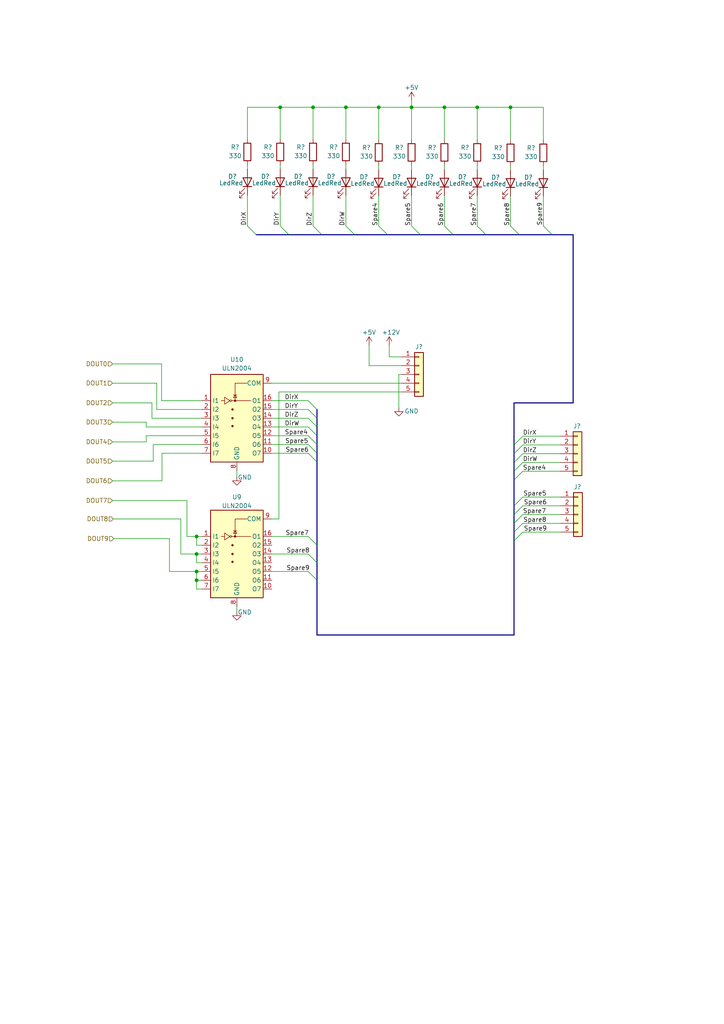
<source format=kicad_sch>
(kicad_sch (version 20230121) (generator eeschema)
  (paper "A4" portrait)
  (lib_symbols
    (symbol "Connector_Generic:Conn_01x05" (pin_names (offset 1.016) hide)
      (property "Reference" "J" (at 0 7.62 0))
      (property "Value" "Conn_01x05" (at 0 -7.62 0))
      (symbol "Conn_01x05_1_1"
        (rectangle (start -1.27 -4.953) (end 0 -5.207) (stroke (width 0.1524)))
        (rectangle (start -1.27 -2.413) (end 0 -2.667) (stroke (width 0.1524)))
        (rectangle (start -1.27 0.127) (end 0 -0.127) (stroke (width 0.1524)))
        (rectangle (start -1.27 2.667) (end 0 2.413) (stroke (width 0.1524)))
        (rectangle (start -1.27 5.207) (end 0 4.953) (stroke (width 0.1524)))
        (rectangle (start -1.27 6.35) (end 1.27 -6.35) (stroke (width 0.254)) (fill (type background)))
        (pin passive line (at -5.08 5.08 0) (length 3.81) (name "Pin_1") (number "1"))
        (pin passive line (at -5.08 2.54 0) (length 3.81) (name "Pin_2") (number "2"))
        (pin passive line (at -5.08 0 0) (length 3.81) (name "Pin_3") (number "3"))
        (pin passive line (at -5.08 -2.54 0) (length 3.81) (name "Pin_4") (number "4"))
        (pin passive line (at -5.08 -5.08 0) (length 3.81) (name "Pin_5") (number "5"))
      )
    )
    (symbol "Device:LED" (pin_numbers hide) (pin_names (offset 1.016) hide)
      (property "Reference" "D" (at 0 2.54 0))
      (property "Value" "LED" (at 0 -2.54 0))
      (symbol "LED_0_1"
        (polyline (pts (xy -1.27 -1.27) (xy -1.27 1.27)) (stroke (width 0.254)))
        (polyline (pts (xy -1.27 0) (xy 1.27 0)))
        (polyline (pts (xy 1.27 -1.27) (xy 1.27 1.27) (xy -1.27 0) (xy 1.27 -1.27)) (stroke (width 0.254)))
        (polyline (pts (xy -3.048 -0.762) (xy -4.572 -2.286) (xy -3.81 -2.286) (xy -4.572 -2.286) (xy -4.572 -1.524)))
        (polyline (pts (xy -1.778 -0.762) (xy -3.302 -2.286) (xy -2.54 -2.286) (xy -3.302 -2.286) (xy -3.302 -1.524)))
      )
      (symbol "LED_1_1"
        (pin passive line (at -3.81 0 0) (length 2.54) (name "K") (number "1"))
        (pin passive line (at 3.81 0 180) (length 2.54) (name "A") (number "2"))
      )
    )
    (symbol "Device:R" (pin_numbers hide) (pin_names (offset 0))
      (property "Reference" "R" (at 2.032 0 90))
      (property "Value" "R" (at 0 0 90))
      (symbol "R_0_1"
        (rectangle (start -1.016 -2.54) (end 1.016 2.54) (stroke (width 0.254)))
      )
      (symbol "R_1_1"
        (pin passive line (at 0 3.81 270) (length 1.27) (name "~") (number "1"))
        (pin passive line (at 0 -3.81 90) (length 1.27) (name "~") (number "2"))
      )
    )
    (symbol "Transistor_Array:ULN2004"
      (property "Reference" "U" (at 0 15.875 0))
      (property "Value" "ULN2004" (at 0 13.97 0))
      (symbol "ULN2004_0_1"
        (rectangle (start -7.62 -12.7) (end 7.62 12.7) (stroke (width 0.254)) (fill (type background)))
        (circle (center -1.778 5.08) (radius 0.254))
        (circle (center -1.27 -2.286) (radius 0.254) (fill (type outline)))
        (circle (center -1.27 0) (radius 0.254) (fill (type outline)))
        (circle (center -1.27 2.54) (radius 0.254) (fill (type outline)))
        (circle (center -0.508 5.08) (radius 0.254) (fill (type outline)))
        (polyline (pts (xy -4.572 5.08) (xy -3.556 5.08)))
        (polyline (pts (xy -1.524 5.08) (xy 4.064 5.08)))
        (polyline (pts (xy 0 6.731) (xy -1.016 6.731)))
        (polyline (pts (xy -0.508 5.08) (xy -0.508 10.16) (xy 2.921 10.16)))
        (polyline (pts (xy -3.556 6.096) (xy -3.556 4.064) (xy -2.032 5.08) (xy -3.556 6.096)))
        (polyline (pts (xy 0 5.969) (xy -1.016 5.969) (xy -0.508 6.731) (xy 0 5.969)))
      )
      (symbol "ULN2004_1_1"
        (pin input line (at -10.16 5.08 0) (length 2.54) (name "I1") (number "1"))
        (pin open_collector line (at 10.16 -10.16 180) (length 2.54) (name "O7") (number "10"))
        (pin open_collector line (at 10.16 -7.62 180) (length 2.54) (name "O6") (number "11"))
        (pin open_collector line (at 10.16 -5.08 180) (length 2.54) (name "O5") (number "12"))
        (pin open_collector line (at 10.16 -2.54 180) (length 2.54) (name "O4") (number "13"))
        (pin open_collector line (at 10.16 0 180) (length 2.54) (name "O3") (number "14"))
        (pin open_collector line (at 10.16 2.54 180) (length 2.54) (name "O2") (number "15"))
        (pin open_collector line (at 10.16 5.08 180) (length 2.54) (name "O1") (number "16"))
        (pin input line (at -10.16 2.54 0) (length 2.54) (name "I2") (number "2"))
        (pin input line (at -10.16 0 0) (length 2.54) (name "I3") (number "3"))
        (pin input line (at -10.16 -2.54 0) (length 2.54) (name "I4") (number "4"))
        (pin input line (at -10.16 -5.08 0) (length 2.54) (name "I5") (number "5"))
        (pin input line (at -10.16 -7.62 0) (length 2.54) (name "I6") (number "6"))
        (pin input line (at -10.16 -10.16 0) (length 2.54) (name "I7") (number "7"))
        (pin power_in line (at 0 -15.24 90) (length 2.54) (name "GND") (number "8"))
        (pin passive line (at 10.16 10.16 180) (length 2.54) (name "COM") (number "9"))
      )
    )
    (symbol "power:+12V" (power) (pin_names (offset 0))
      (property "Value" "+12V" (at 0 3.556 0))
      (symbol "+12V_0_1"
        (polyline (pts (xy -0.762 1.27) (xy 0 2.54)))
        (polyline (pts (xy 0 0) (xy 0 2.54)))
        (polyline (pts (xy 0 2.54) (xy 0.762 1.27)))
      )
      (symbol "+12V_1_1"
        (pin power_in line (at 0 0 90) (length 0) hide (name "+12V") (number "1"))
      )
    )
    (symbol "power:+5V" (power) (pin_names (offset 0))
      (property "Value" "+5V" (at 0 3.556 0))
      (symbol "+5V_0_1"
        (polyline (pts (xy -0.762 1.27) (xy 0 2.54)))
        (polyline (pts (xy 0 0) (xy 0 2.54)))
        (polyline (pts (xy 0 2.54) (xy 0.762 1.27)))
      )
      (symbol "+5V_1_1"
        (pin power_in line (at 0 0 90) (length 0) hide (name "+5V") (number "1"))
      )
    )
    (symbol "power:GND" (power) (pin_names (offset 0))
      (property "Value" "GND" (at 0 -3.81 0))
      (symbol "GND_0_1"
        (polyline (pts (xy 0 0) (xy 0 -1.27) (xy 1.27 -1.27) (xy 0 -2.54) (xy -1.27 -1.27) (xy 0 -1.27)))
      )
      (symbol "GND_1_1"
        (pin power_in line (at 0 0 270) (length 0) hide (name "GND") (number "1"))
      )
    )
  )
  (junction (at 138.43 31.115))
  (junction (at 57.023 155.575))
  (junction (at 57.023 165.735))
  (junction (at 119.38 31.115))
  (junction (at 128.905 31.115))
  (junction (at 100.33 31.115))
  (junction (at 90.805 31.115))
  (junction (at 57.023 168.275))
  (junction (at 148.082 31.115))
  (junction (at 109.855 31.115))
  (junction (at 81.28 31.115))
  (junction (at 57.023 160.655))
  (bus_entry (at 151.638 126.492) (size -2.54 2.54))
  (bus_entry (at 157.607 65.532) (size 2.54 2.54))
  (bus_entry (at 151.638 136.652) (size -2.54 2.54))
  (bus_entry (at 151.638 131.572) (size -2.54 2.54))
  (bus_entry (at 89.408 126.365) (size 2.54 2.54))
  (bus_entry (at 90.805 65.532) (size 2.54 2.54))
  (bus_entry (at 89.408 118.745) (size 2.54 2.54))
  (bus_entry (at 89.408 123.825) (size 2.54 2.54))
  (bus_entry (at 100.33 65.532) (size 2.54 2.54))
  (bus_entry (at 89.408 131.445) (size 2.54 2.54))
  (bus_entry (at 151.638 149.225) (size -2.54 2.54))
  (bus_entry (at 148.082 65.532) (size 2.54 2.54))
  (bus_entry (at 151.638 134.112) (size -2.54 2.54))
  (bus_entry (at 89.408 155.575) (size 2.54 2.54))
  (bus_entry (at 151.638 146.685) (size -2.54 2.54))
  (bus_entry (at 71.755 65.532) (size 2.54 2.54))
  (bus_entry (at 109.855 65.532) (size 2.54 2.54))
  (bus_entry (at 128.905 65.532) (size 2.54 2.54))
  (bus_entry (at 151.638 129.032) (size -2.54 2.54))
  (bus_entry (at 81.28 65.532) (size 2.54 2.54))
  (bus_entry (at 151.638 144.145) (size -2.54 2.54))
  (bus_entry (at 89.408 128.905) (size 2.54 2.54))
  (bus_entry (at 89.408 116.205) (size 2.54 2.54))
  (bus_entry (at 89.408 121.285) (size 2.54 2.54))
  (bus_entry (at 151.638 151.765) (size -2.54 2.54))
  (bus_entry (at 138.43 65.532) (size 2.54 2.54))
  (bus_entry (at 89.408 160.655) (size 2.54 2.54))
  (bus_entry (at 151.638 154.305) (size -2.54 2.54))
  (bus_entry (at 89.408 165.735) (size 2.54 2.54))
  (bus_entry (at 119.38 65.532) (size 2.54 2.54))
  (wire (pts (xy 45.466 111.125) (xy 45.466 118.745)))
  (wire (pts (xy 109.855 48.006) (xy 109.855 49.149)))
  (wire (pts (xy 78.867 118.745) (xy 89.408 118.745)))
  (bus (pts (xy 91.948 128.905) (xy 91.948 131.445)))
  (bus (pts (xy 74.295 68.072) (xy 83.82 68.072)))
  (wire (pts (xy 109.855 31.115) (xy 100.33 31.115)))
  (wire (pts (xy 90.805 47.879) (xy 90.805 49.022)))
  (wire (pts (xy 109.855 56.769) (xy 109.855 65.532)))
  (wire (pts (xy 138.43 31.115) (xy 128.905 31.115)))
  (wire (pts (xy 107.061 100.203) (xy 107.061 106.045)))
  (bus (pts (xy 149.098 146.685) (xy 149.098 149.225)))
  (wire (pts (xy 148.082 56.896) (xy 148.082 65.532)))
  (wire (pts (xy 44.45 133.731) (xy 44.45 128.905)))
  (bus (pts (xy 149.098 129.032) (xy 149.098 131.572)))
  (wire (pts (xy 138.43 56.769) (xy 138.43 65.532)))
  (bus (pts (xy 131.445 68.072) (xy 140.97 68.072)))
  (wire (pts (xy 78.867 155.575) (xy 89.408 155.575)))
  (wire (pts (xy 90.805 31.115) (xy 81.28 31.115)))
  (wire (pts (xy 109.855 31.115) (xy 109.855 40.386)))
  (wire (pts (xy 81.28 47.879) (xy 81.28 49.022)))
  (wire (pts (xy 78.867 150.495) (xy 80.899 150.495)))
  (wire (pts (xy 58.547 158.115) (xy 57.023 158.115)))
  (bus (pts (xy 93.345 68.072) (xy 102.87 68.072)))
  (wire (pts (xy 44.069 116.84) (xy 44.069 121.285)))
  (wire (pts (xy 157.607 48.133) (xy 157.607 49.276)))
  (wire (pts (xy 81.28 31.115) (xy 81.28 40.259)))
  (wire (pts (xy 54.229 155.575) (xy 57.023 155.575)))
  (wire (pts (xy 78.867 111.125) (xy 116.459 111.125)))
  (bus (pts (xy 149.098 131.572) (xy 149.098 134.112)))
  (wire (pts (xy 81.28 31.115) (xy 71.755 31.115)))
  (wire (pts (xy 78.867 123.825) (xy 89.408 123.825)))
  (wire (pts (xy 49.149 156.21) (xy 33.02 156.21)))
  (wire (pts (xy 32.639 145.161) (xy 54.229 145.161)))
  (bus (pts (xy 166.243 116.84) (xy 149.098 116.84)))
  (wire (pts (xy 100.33 56.642) (xy 100.33 65.532)))
  (wire (pts (xy 112.903 100.203) (xy 112.903 103.505)))
  (wire (pts (xy 78.867 126.365) (xy 89.408 126.365)))
  (bus (pts (xy 102.87 68.072) (xy 112.395 68.072)))
  (wire (pts (xy 42.418 123.825) (xy 58.547 123.825)))
  (wire (pts (xy 138.43 48.006) (xy 138.43 49.149)))
  (wire (pts (xy 71.755 56.642) (xy 71.755 65.532)))
  (wire (pts (xy 68.707 136.525) (xy 68.707 138.176)))
  (wire (pts (xy 115.697 118.11) (xy 115.697 108.585)))
  (wire (pts (xy 148.082 40.513) (xy 148.082 31.115)))
  (wire (pts (xy 42.418 126.365) (xy 58.547 126.365)))
  (wire (pts (xy 52.451 150.495) (xy 32.893 150.495)))
  (wire (pts (xy 119.38 31.115) (xy 109.855 31.115)))
  (wire (pts (xy 52.451 160.655) (xy 57.023 160.655)))
  (wire (pts (xy 119.38 29.21) (xy 119.38 31.115)))
  (wire (pts (xy 52.451 150.495) (xy 52.451 160.655)))
  (bus (pts (xy 91.948 158.115) (xy 91.948 163.195)))
  (wire (pts (xy 151.638 149.225) (xy 162.56 149.225)))
  (wire (pts (xy 151.638 144.145) (xy 162.56 144.145)))
  (wire (pts (xy 57.023 158.115) (xy 57.023 155.575)))
  (wire (pts (xy 148.082 48.133) (xy 148.082 49.276)))
  (bus (pts (xy 91.948 131.445) (xy 91.948 133.985)))
  (wire (pts (xy 32.639 116.84) (xy 44.069 116.84)))
  (wire (pts (xy 107.061 106.045) (xy 116.459 106.045)))
  (bus (pts (xy 149.098 139.192) (xy 149.098 146.685)))
  (wire (pts (xy 78.867 128.905) (xy 89.408 128.905)))
  (wire (pts (xy 42.418 122.428) (xy 42.418 123.825)))
  (bus (pts (xy 149.098 116.84) (xy 149.098 129.032)))
  (bus (pts (xy 166.243 68.072) (xy 166.243 116.84)))
  (wire (pts (xy 71.755 31.115) (xy 71.755 40.259)))
  (wire (pts (xy 32.639 133.731) (xy 44.45 133.731)))
  (bus (pts (xy 121.92 68.072) (xy 131.445 68.072)))
  (wire (pts (xy 80.899 150.495) (xy 80.899 113.665)))
  (wire (pts (xy 49.149 165.735) (xy 57.023 165.735)))
  (wire (pts (xy 90.805 56.642) (xy 90.805 65.532)))
  (wire (pts (xy 57.023 170.815) (xy 57.023 168.275)))
  (bus (pts (xy 150.622 68.072) (xy 160.147 68.072)))
  (wire (pts (xy 46.99 131.445) (xy 58.547 131.445)))
  (wire (pts (xy 32.639 105.537) (xy 46.863 105.537)))
  (wire (pts (xy 32.639 122.428) (xy 42.418 122.428)))
  (bus (pts (xy 149.098 134.112) (xy 149.098 136.652)))
  (wire (pts (xy 32.639 111.125) (xy 45.466 111.125)))
  (wire (pts (xy 151.638 151.765) (xy 162.56 151.765)))
  (wire (pts (xy 49.149 156.21) (xy 49.149 165.735)))
  (wire (pts (xy 90.805 31.115) (xy 90.805 40.259)))
  (wire (pts (xy 57.023 163.195) (xy 57.023 160.655)))
  (bus (pts (xy 140.97 68.072) (xy 150.622 68.072)))
  (bus (pts (xy 91.948 133.985) (xy 91.948 158.115)))
  (wire (pts (xy 119.38 56.769) (xy 119.38 65.532)))
  (wire (pts (xy 68.707 175.895) (xy 68.707 177.292)))
  (wire (pts (xy 54.229 145.161) (xy 54.229 155.575)))
  (wire (pts (xy 78.867 160.655) (xy 89.408 160.655)))
  (bus (pts (xy 149.098 156.845) (xy 149.098 184.15)))
  (bus (pts (xy 149.098 154.305) (xy 149.098 156.845)))
  (wire (pts (xy 80.899 113.665) (xy 116.459 113.665)))
  (wire (pts (xy 57.023 155.575) (xy 58.547 155.575)))
  (bus (pts (xy 91.948 168.275) (xy 91.948 184.15)))
  (wire (pts (xy 151.638 129.032) (xy 162.433 129.032)))
  (wire (pts (xy 81.28 56.642) (xy 81.28 65.532)))
  (wire (pts (xy 100.33 31.115) (xy 100.33 40.259)))
  (wire (pts (xy 138.43 40.386) (xy 138.43 31.115)))
  (bus (pts (xy 91.948 184.15) (xy 149.098 184.15)))
  (wire (pts (xy 32.639 139.446) (xy 46.99 139.446)))
  (wire (pts (xy 151.638 134.112) (xy 162.433 134.112)))
  (wire (pts (xy 78.867 165.735) (xy 89.408 165.735)))
  (wire (pts (xy 57.023 163.195) (xy 58.547 163.195)))
  (wire (pts (xy 57.023 168.275) (xy 57.023 165.735)))
  (bus (pts (xy 149.098 151.765) (xy 149.098 154.305)))
  (wire (pts (xy 128.905 40.386) (xy 128.905 31.115)))
  (wire (pts (xy 157.607 31.115) (xy 148.082 31.115)))
  (wire (pts (xy 44.45 128.905) (xy 58.547 128.905)))
  (wire (pts (xy 157.607 40.513) (xy 157.607 31.115)))
  (bus (pts (xy 83.82 68.072) (xy 93.345 68.072)))
  (bus (pts (xy 112.395 68.072) (xy 121.92 68.072)))
  (wire (pts (xy 148.082 31.115) (xy 138.43 31.115)))
  (wire (pts (xy 151.638 154.305) (xy 162.56 154.305)))
  (wire (pts (xy 58.547 170.815) (xy 57.023 170.815)))
  (wire (pts (xy 78.867 121.285) (xy 89.408 121.285)))
  (wire (pts (xy 46.863 105.537) (xy 46.863 116.205)))
  (wire (pts (xy 42.418 128.143) (xy 42.418 126.365)))
  (wire (pts (xy 119.38 40.386) (xy 119.38 31.115)))
  (wire (pts (xy 46.863 116.205) (xy 58.547 116.205)))
  (wire (pts (xy 128.905 31.115) (xy 119.38 31.115)))
  (wire (pts (xy 100.33 47.879) (xy 100.33 49.022)))
  (bus (pts (xy 91.948 126.365) (xy 91.948 128.905)))
  (bus (pts (xy 149.098 149.225) (xy 149.098 151.765)))
  (wire (pts (xy 112.903 103.505) (xy 116.459 103.505)))
  (wire (pts (xy 78.867 131.445) (xy 89.408 131.445)))
  (wire (pts (xy 46.99 139.446) (xy 46.99 131.445)))
  (bus (pts (xy 149.098 136.652) (xy 149.098 139.192)))
  (wire (pts (xy 57.023 160.655) (xy 58.547 160.655)))
  (bus (pts (xy 91.948 123.825) (xy 91.948 126.365)))
  (bus (pts (xy 160.147 68.072) (xy 166.243 68.072)))
  (wire (pts (xy 32.639 128.143) (xy 42.418 128.143)))
  (bus (pts (xy 91.948 121.285) (xy 91.948 123.825)))
  (wire (pts (xy 44.069 121.285) (xy 58.547 121.285)))
  (wire (pts (xy 151.638 146.685) (xy 162.56 146.685)))
  (wire (pts (xy 151.638 126.492) (xy 162.433 126.492)))
  (bus (pts (xy 91.948 118.745) (xy 91.948 121.285)))
  (wire (pts (xy 45.466 118.745) (xy 58.547 118.745)))
  (wire (pts (xy 157.607 56.896) (xy 157.607 65.532)))
  (wire (pts (xy 128.905 48.006) (xy 128.905 49.149)))
  (wire (pts (xy 119.38 48.006) (xy 119.38 49.149)))
  (wire (pts (xy 128.905 56.769) (xy 128.905 65.532)))
  (wire (pts (xy 71.755 47.879) (xy 71.755 49.022)))
  (wire (pts (xy 115.697 108.585) (xy 116.459 108.585)))
  (wire (pts (xy 58.547 168.275) (xy 57.023 168.275)))
  (wire (pts (xy 78.867 116.205) (xy 89.408 116.205)))
  (bus (pts (xy 91.948 163.195) (xy 91.948 168.275)))
  (wire (pts (xy 57.023 165.735) (xy 58.547 165.735)))
  (wire (pts (xy 151.638 136.652) (xy 162.433 136.652)))
  (wire (pts (xy 100.33 31.115) (xy 90.805 31.115)))
  (wire (pts (xy 151.638 131.572) (xy 162.433 131.572)))
  (label "DirX" (at 71.755 65.405 90))
  (label "DirX" (at 151.638 126.492 0))
  (label "Spare8" (at 83.058 160.655 0))
  (label "Spare7" (at 138.43 65.532 90))
  (label "Spare8" (at 151.765 151.765 0))
  (label "Spare4" (at 151.638 136.652 0))
  (label "Spare7" (at 82.804 155.575 0))
  (label "Spare5" (at 82.677 128.905 0))
  (label "Spare9" (at 83.058 165.735 0))
  (label "DirW" (at 151.638 134.112 0))
  (label "Spare6" (at 128.905 65.532 90))
  (label "DirW" (at 100.33 65.532 90))
  (label "Spare6" (at 151.892 146.685 0))
  (label "DirZ" (at 151.638 131.572 0))
  (label "DirW" (at 82.55 123.825 0))
  (label "Spare7" (at 151.638 149.225 0))
  (label "Spare5" (at 119.38 65.532 90))
  (label "Spare4" (at 82.55 126.365 0))
  (label "DirY" (at 151.638 129.032 0))
  (label "Spare6" (at 82.804 131.445 0))
  (label "DirY" (at 81.28 65.405 90))
  (label "Spare5" (at 151.765 144.145 0))
  (label "DirX" (at 82.55 116.205 0))
  (label "DirZ" (at 82.55 121.285 0))
  (label "DirY" (at 82.55 118.745 0))
  (label "Spare4" (at 109.855 65.532 90))
  (label "Spare9" (at 151.892 154.305 0))
  (label "Spare9" (at 157.607 65.405 90))
  (label "Spare8" (at 148.082 65.532 90))
  (label "DirZ" (at 90.805 65.532 90))
  (hierarchical_label "DOUT7" (shape input) (at 32.639 145.161 180))
  (hierarchical_label "DOUT4" (shape input) (at 32.639 128.143 180))
  (hierarchical_label "DOUT5" (shape input) (at 32.639 133.731 180))
  (hierarchical_label "DOUT0" (shape input) (at 32.639 105.537 180))
  (hierarchical_label "DOUT6" (shape input) (at 32.639 139.446 180))
  (hierarchical_label "DOUT8" (shape input) (at 32.893 150.495 180))
  (hierarchical_label "DOUT2" (shape input) (at 32.639 116.84 180))
  (hierarchical_label "DOUT3" (shape input) (at 32.639 122.428 180))
  (hierarchical_label "DOUT9" (shape input) (at 33.02 156.21 180))
  (hierarchical_label "DOUT1" (shape input) (at 32.639 111.125 180))
  (symbol (lib_id "Transistor_Array:ULN2004") (at 68.707 121.285 0) (unit 1)
    (property "Reference" "U10" (at 68.707 104.267 0))
    (property "Value" "ULN2004" (at 68.707 106.807 0))
    (property "Datasheet" "http://www.ti.com/lit/ds/symlink/uln2003a.pdf" (effects hide))
  )
  (symbol (lib_id "Device:R") (at 71.755 44.069 0) (unit 1)
    (property "Reference" "R?" (at 68.199 42.672 0))
    (property "Value" "330" (at 68.199 45.212 0))
    (instances (project "PonchoRema" (path "" (reference "R?") (unit 1)) (path "" (reference "R24") (unit 1)) (path "" (reference "R51") (unit 1))) (project "PicoWaterTankLevelHW" (path "" (reference "R19") (unit 1))))
  )
  (symbol (lib_id "Connector_Generic:Conn_01x05") (at 121.539 108.585 0) (unit 1)
    (property "Reference" "J?" (at 120.396 100.584 0) (effects (justify left)))
    (property "Value" "Conn_01x05" (effects hide))
    (instances (project "PonchoRema" (path "" (reference "J?") (unit 1)) (path "" (reference "J3") (unit 1)) (path "" (reference "J8") (unit 1))))
  )
  (symbol (lib_id "Device:R") (at 100.33 44.069 0) (unit 1)
    (property "Reference" "R?" (at 96.774 42.672 0))
    (property "Value" "330" (at 96.774 45.212 0))
    (instances (project "PonchoRema" (path "" (reference "R?") (unit 1)) (path "" (reference "R24") (unit 1)) (path "" (reference "R54") (unit 1))) (project "PicoWaterTankLevelHW" (path "" (reference "R19") (unit 1))))
  )
  (symbol (lib_id "power:+12V") (at 112.903 100.203 0) (unit 1)
    (property "Reference" "#PWR039" (effects hide))
    (property "Value" "+12V" (at 110.744 96.393 0) (effects (justify left)))
    (instances (project "PonchoRema" (path "" (reference "#PWR039") (unit 1)) (path "" (reference "#PWR060") (unit 1))))
  )
  (symbol (lib_id "Device:LED") (at 109.855 52.959 270) (mirror x) (unit 1)
    (property "Reference" "D?" (at 105.537 51.308 90))
    (property "Value" "LedRed" (at 105.156 53.213 90))
    (instances (project "PonchoRema" (path "" (reference "D?") (unit 1)) (path "" (reference "D8") (unit 1)) (path "" (reference "D23") (unit 1))) (project "PicoWaterTankLevelHW" (path "" (reference "D1") (unit 1))))
  )
  (symbol (lib_id "Device:R") (at 138.43 44.196 0) (unit 1)
    (property "Reference" "R?" (at 134.874 42.799 0))
    (property "Value" "330" (at 134.874 45.339 0))
    (instances (project "PonchoRema" (path "" (reference "R?") (unit 1)) (path "" (reference "R24") (unit 1)) (path "" (reference "R58") (unit 1))) (project "PicoWaterTankLevelHW" (path "" (reference "R19") (unit 1))))
  )
  (symbol (lib_id "Device:R") (at 128.905 44.196 0) (unit 1)
    (property "Reference" "R?" (at 125.349 42.799 0))
    (property "Value" "330" (at 125.349 45.339 0))
    (instances (project "PonchoRema" (path "" (reference "R?") (unit 1)) (path "" (reference "R24") (unit 1)) (path "" (reference "R57") (unit 1))) (project "PicoWaterTankLevelHW" (path "" (reference "R19") (unit 1))))
  )
  (symbol (lib_id "Device:R") (at 148.082 44.323 0) (unit 1)
    (property "Reference" "R?" (at 144.526 42.926 0))
    (property "Value" "330" (at 144.526 45.466 0))
    (instances (project "PonchoRema" (path "" (reference "R?") (unit 1)) (path "" (reference "R24") (unit 1)) (path "" (reference "R59") (unit 1))) (project "PicoWaterTankLevelHW" (path "" (reference "R19") (unit 1))))
  )
  (symbol (lib_id "Device:R") (at 90.805 44.069 0) (unit 1)
    (property "Reference" "R?" (at 87.249 42.672 0))
    (property "Value" "330" (at 87.249 45.212 0))
    (instances (project "PonchoRema" (path "" (reference "R?") (unit 1)) (path "" (reference "R24") (unit 1)) (path "" (reference "R53") (unit 1))) (project "PicoWaterTankLevelHW" (path "" (reference "R19") (unit 1))))
  )
  (symbol (lib_id "power:GND") (at 68.707 177.292 0) (unit 1)
    (property "Reference" "#PWR04" (effects hide))
    (property "Value" "GND" (at 70.993 177.546 0))
    (instances (project "ponchoOpto_CIAA_REMA" (path "" (reference "#PWR04") (unit 1))) (project "PonchoRema" (path "" (reference "#PWR022") (unit 1)) (path "" (reference "#PWR057") (unit 1))))
  )
  (symbol (lib_id "Device:LED") (at 148.082 53.086 270) (mirror x) (unit 1)
    (property "Reference" "D?" (at 143.764 51.435 90))
    (property "Value" "LedRed" (at 143.383 53.34 90))
    (instances (project "PonchoRema" (path "" (reference "D?") (unit 1)) (path "" (reference "D8") (unit 1)) (path "" (reference "D27") (unit 1))) (project "PicoWaterTankLevelHW" (path "" (reference "D1") (unit 1))))
  )
  (symbol (lib_id "Device:LED") (at 90.805 52.832 270) (mirror x) (unit 1)
    (property "Reference" "D?" (at 86.487 51.181 90))
    (property "Value" "LedRed" (at 86.106 53.086 90))
    (instances (project "PonchoRema" (path "" (reference "D?") (unit 1)) (path "" (reference "D8") (unit 1)) (path "" (reference "D21") (unit 1))) (project "PicoWaterTankLevelHW" (path "" (reference "D1") (unit 1))))
  )
  (symbol (lib_id "Device:LED") (at 100.33 52.832 270) (mirror x) (unit 1)
    (property "Reference" "D?" (at 96.012 51.181 90))
    (property "Value" "LedRed" (at 95.631 53.086 90))
    (instances (project "PonchoRema" (path "" (reference "D?") (unit 1)) (path "" (reference "D8") (unit 1)) (path "" (reference "D22") (unit 1))) (project "PicoWaterTankLevelHW" (path "" (reference "D1") (unit 1))))
  )
  (symbol (lib_id "Connector_Generic:Conn_01x05") (at 167.513 131.572 0) (unit 1)
    (property "Reference" "J?" (at 166.243 123.571 0) (effects (justify left)))
    (property "Value" "Conn_01x05" (effects hide))
    (instances (project "PonchoRema" (path "" (reference "J?") (unit 1)) (path "" (reference "J3") (unit 1)) (path "" (reference "J9") (unit 1))))
  )
  (symbol (lib_id "Connector_Generic:Conn_01x05") (at 167.64 149.225 0) (unit 1)
    (property "Reference" "J?" (at 166.37 141.224 0) (effects (justify left)))
    (property "Value" "Conn_01x05" (effects hide))
    (instances (project "PonchoRema" (path "" (reference "J?") (unit 1)) (path "" (reference "J3") (unit 1)) (path "" (reference "J10") (unit 1))))
  )
  (symbol (lib_id "Device:R") (at 157.607 44.323 0) (unit 1)
    (property "Reference" "R?" (at 154.051 42.926 0))
    (property "Value" "330" (at 154.051 45.466 0))
    (instances (project "PonchoRema" (path "" (reference "R?") (unit 1)) (path "" (reference "R24") (unit 1)) (path "" (reference "R60") (unit 1))) (project "PicoWaterTankLevelHW" (path "" (reference "R19") (unit 1))))
  )
  (symbol (lib_id "Device:LED") (at 71.755 52.832 270) (mirror x) (unit 1)
    (property "Reference" "D?" (at 67.437 51.181 90))
    (property "Value" "LedRed" (at 67.056 53.086 90))
    (instances (project "PonchoRema" (path "" (reference "D?") (unit 1)) (path "" (reference "D8") (unit 1)) (path "" (reference "D19") (unit 1))) (project "PicoWaterTankLevelHW" (path "" (reference "D1") (unit 1))))
  )
  (symbol (lib_id "Transistor_Array:ULN2004") (at 68.707 160.655 0) (unit 1)
    (property "Reference" "U9" (at 68.707 144.145 0))
    (property "Value" "ULN2004" (at 68.707 146.685 0))
    (property "Datasheet" "http://www.ti.com/lit/ds/symlink/uln2003a.pdf" (effects hide))
  )
  (symbol (lib_id "Device:R") (at 81.28 44.069 0) (unit 1)
    (property "Reference" "R?" (at 77.724 42.672 0))
    (property "Value" "330" (at 77.724 45.212 0))
    (instances (project "PonchoRema" (path "" (reference "R?") (unit 1)) (path "" (reference "R24") (unit 1)) (path "" (reference "R52") (unit 1))) (project "PicoWaterTankLevelHW" (path "" (reference "R19") (unit 1))))
  )
  (symbol (lib_id "Device:LED") (at 119.38 52.959 270) (mirror x) (unit 1)
    (property "Reference" "D?" (at 115.062 51.308 90))
    (property "Value" "LedRed" (at 114.681 53.213 90))
    (instances (project "PonchoRema" (path "" (reference "D?") (unit 1)) (path "" (reference "D8") (unit 1)) (path "" (reference "D24") (unit 1))) (project "PicoWaterTankLevelHW" (path "" (reference "D1") (unit 1))))
  )
  (symbol (lib_id "Device:R") (at 109.855 44.196 0) (unit 1)
    (property "Reference" "R?" (at 106.299 42.799 0))
    (property "Value" "330" (at 106.299 45.339 0))
    (instances (project "PonchoRema" (path "" (reference "R?") (unit 1)) (path "" (reference "R24") (unit 1)) (path "" (reference "R55") (unit 1))) (project "PicoWaterTankLevelHW" (path "" (reference "R19") (unit 1))))
  )
  (symbol (lib_id "Device:LED") (at 128.905 52.959 270) (mirror x) (unit 1)
    (property "Reference" "D?" (at 124.587 51.308 90))
    (property "Value" "LedRed" (at 124.206 53.213 90))
    (instances (project "PonchoRema" (path "" (reference "D?") (unit 1)) (path "" (reference "D8") (unit 1)) (path "" (reference "D25") (unit 1))) (project "PicoWaterTankLevelHW" (path "" (reference "D1") (unit 1))))
  )
  (symbol (lib_id "Device:LED") (at 157.607 53.086 270) (mirror x) (unit 1)
    (property "Reference" "D?" (at 153.289 51.435 90))
    (property "Value" "LedRed" (at 152.908 53.34 90))
    (instances (project "PonchoRema" (path "" (reference "D?") (unit 1)) (path "" (reference "D8") (unit 1)) (path "" (reference "D28") (unit 1))) (project "PicoWaterTankLevelHW" (path "" (reference "D1") (unit 1))))
  )
  (symbol (lib_id "Device:R") (at 119.38 44.196 0) (unit 1)
    (property "Reference" "R?" (at 115.824 42.799 0))
    (property "Value" "330" (at 115.824 45.339 0))
    (instances (project "PonchoRema" (path "" (reference "R?") (unit 1)) (path "" (reference "R24") (unit 1)) (path "" (reference "R56") (unit 1))) (project "PicoWaterTankLevelHW" (path "" (reference "R19") (unit 1))))
  )
  (symbol (lib_id "Device:LED") (at 81.28 52.832 270) (mirror x) (unit 1)
    (property "Reference" "D?" (at 76.962 51.181 90))
    (property "Value" "LedRed" (at 76.581 53.086 90))
    (instances (project "PonchoRema" (path "" (reference "D?") (unit 1)) (path "" (reference "D8") (unit 1)) (path "" (reference "D20") (unit 1))) (project "PicoWaterTankLevelHW" (path "" (reference "D1") (unit 1))))
  )
  (symbol (lib_id "power:GND") (at 115.697 118.11 0) (unit 1)
    (property "Reference" "#PWR04" (effects hide))
    (property "Value" "GND" (at 119.38 119.253 0))
    (instances (project "ponchoOpto_CIAA_REMA" (path "" (reference "#PWR04") (unit 1))) (project "PonchoRema" (path "" (reference "#PWR022") (unit 1)) (path "" (reference "#PWR061") (unit 1))))
  )
  (symbol (lib_id "power:GND") (at 68.707 138.176 0) (unit 1)
    (property "Reference" "#PWR04" (effects hide))
    (property "Value" "GND" (at 70.993 138.43 0))
    (instances (project "ponchoOpto_CIAA_REMA" (path "" (reference "#PWR04") (unit 1))) (project "PonchoRema" (path "" (reference "#PWR022") (unit 1)) (path "" (reference "#PWR041") (unit 1))))
  )
  (symbol (lib_id "power:+5V") (at 119.38 29.21 0) (unit 1)
    (property "Reference" "#PWR016" (effects hide))
    (property "Value" "+5V" (at 119.38 25.4 0))
    (instances (project "PonchoRema" (path "" (reference "#PWR016") (unit 1)) (path "" (reference "#PWR01") (unit 1)) (path "" (reference "#PWR058") (unit 1))) (project "PicoWaterTankLevelHW" (path "" (reference "#PWR016") (unit 1))))
  )
  (symbol (lib_id "power:+5V") (at 107.061 100.203 0) (unit 1)
    (property "Reference" "#PWR016" (effects hide))
    (property "Value" "+5V" (at 107.061 96.393 0))
    (instances (project "PonchoRema" (path "" (reference "#PWR016") (unit 1)) (path "" (reference "#PWR01") (unit 1)) (path "" (reference "#PWR059") (unit 1))) (project "PicoWaterTankLevelHW" (path "" (reference "#PWR016") (unit 1))))
  )
  (symbol (lib_id "Device:LED") (at 138.43 52.959 270) (mirror x) (unit 1)
    (property "Reference" "D?" (at 134.112 51.308 90))
    (property "Value" "LedRed" (at 133.731 53.213 90))
    (instances (project "PonchoRema" (path "" (reference "D?") (unit 1)) (path "" (reference "D8") (unit 1)) (path "" (reference "D26") (unit 1))) (project "PicoWaterTankLevelHW" (path "" (reference "D1") (unit 1))))
  )
)
</source>
